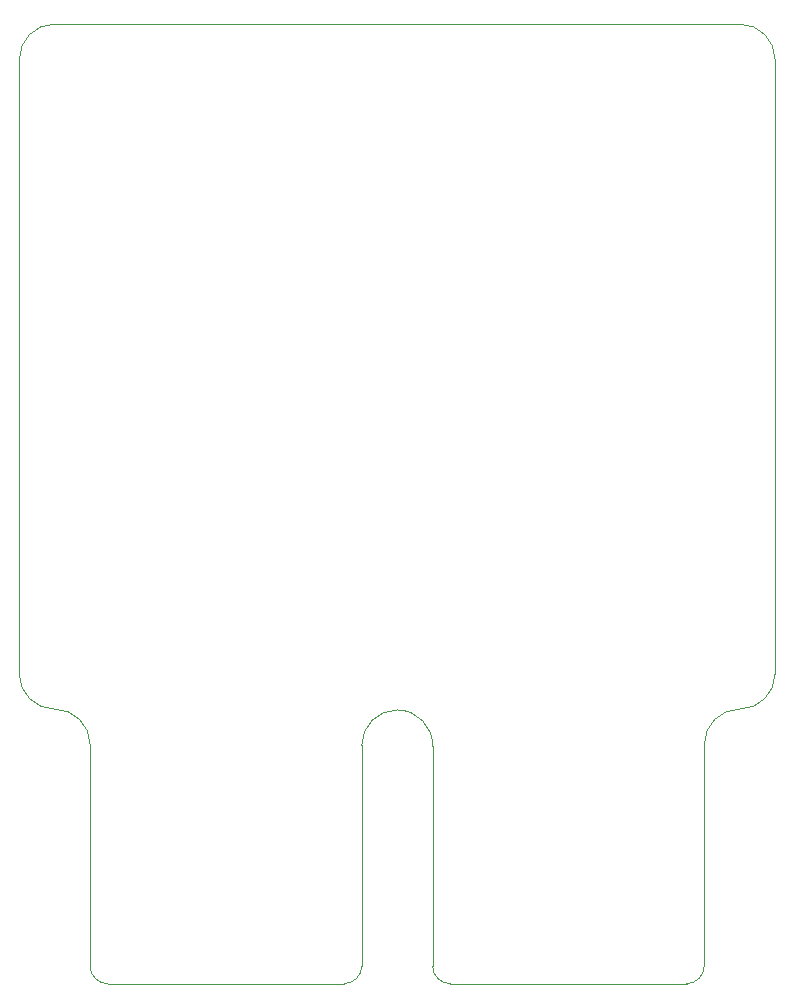
<source format=gbr>
%TF.GenerationSoftware,KiCad,Pcbnew,8.0.7*%
%TF.CreationDate,2025-01-06T10:47:42+08:00*%
%TF.ProjectId,V2.5 Mechanical Seven Segment Digit,56322e35-204d-4656-9368-616e6963616c,rev?*%
%TF.SameCoordinates,Original*%
%TF.FileFunction,Profile,NP*%
%FSLAX46Y46*%
G04 Gerber Fmt 4.6, Leading zero omitted, Abs format (unit mm)*
G04 Created by KiCad (PCBNEW 8.0.7) date 2025-01-06 10:47:42*
%MOMM*%
%LPD*%
G01*
G04 APERTURE LIST*
%TA.AperFunction,Profile*%
%ADD10C,0.050000*%
%TD*%
G04 APERTURE END LIST*
D10*
X144998970Y-122399973D02*
X145000001Y-141000000D01*
X112999999Y-119250001D02*
G75*
G02*
X109999999Y-116250001I1J3000001D01*
G01*
X117500000Y-142500000D02*
G75*
G02*
X116000000Y-141000000I0J1500000D01*
G01*
X174000000Y-116250000D02*
G75*
G02*
X171000000Y-119250000I-3000000J0D01*
G01*
X139000000Y-141000001D02*
G75*
G02*
X137500000Y-142500000I-1500000J1D01*
G01*
X139000001Y-122321320D02*
G75*
G02*
X142000000Y-119321301I2999999J20D01*
G01*
X171000000Y-61250000D02*
G75*
G02*
X174000000Y-64250000I0J-3000000D01*
G01*
X146500001Y-142500000D02*
G75*
G02*
X145000000Y-141000000I-1J1500000D01*
G01*
X117500000Y-142500000D02*
X137500000Y-142500001D01*
X166499999Y-142500001D02*
X146500001Y-142500000D01*
X167999999Y-141000001D02*
X168000000Y-122250001D01*
X167999999Y-141000001D02*
G75*
G02*
X166499999Y-142499999I-1499999J1D01*
G01*
X110000000Y-64250000D02*
G75*
G02*
X113000000Y-61250000I3000000J0D01*
G01*
X174000000Y-64250000D02*
X174000000Y-116250000D01*
X115999999Y-122250000D02*
X116000000Y-141000000D01*
X139000000Y-141000001D02*
X139000001Y-122321320D01*
X142000000Y-119321320D02*
G75*
G02*
X144998948Y-122399972I0J-2999980D01*
G01*
X168000000Y-122250001D02*
G75*
G02*
X171000000Y-119250000I3000000J1D01*
G01*
X112999999Y-119250001D02*
G75*
G02*
X115999999Y-122250000I1J-2999999D01*
G01*
X109999999Y-116250001D02*
X110000000Y-64250000D01*
X113000000Y-61250000D02*
X171000000Y-61250000D01*
M02*

</source>
